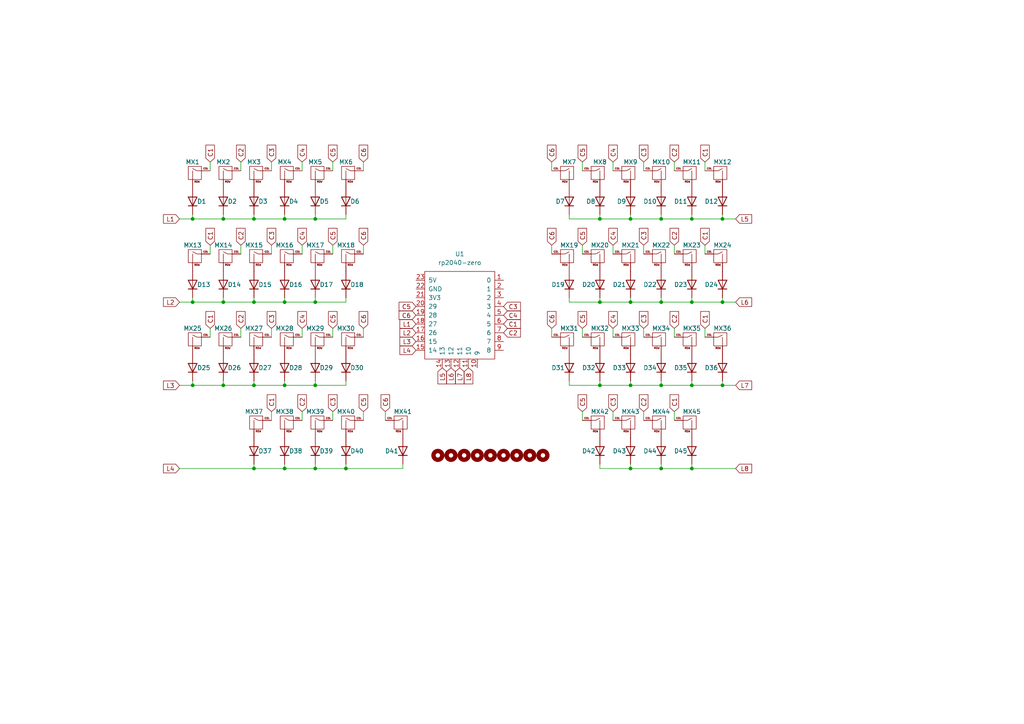
<source format=kicad_sch>
(kicad_sch (version 20230121) (generator eeschema)
  (paper "A4")
  (lib_symbols
    (symbol "Diode:1N4148" (pin_numbers hide) (pin_names hide)
      (property "Reference" "D" (at 0 2.54 0))
      (property "Value" "1N4148" (at 0 -2.54 0))
      (symbol "1N4148_0_1"
        (polyline (pts (xy -1.27 1.27) (xy -1.27 -1.27)) (stroke (width 0.254)))
        (polyline (pts (xy 1.27 0) (xy -1.27 0)))
        (polyline (pts (xy 1.27 1.27) (xy 1.27 -1.27) (xy -1.27 0) (xy 1.27 1.27)) (stroke (width 0.254)))
      )
      (symbol "1N4148_1_1"
        (pin passive line (at -3.81 0 0) (length 2.54) (name "K") (number "1"))
        (pin passive line (at 3.81 0 180) (length 2.54) (name "A") (number "2"))
      )
    )
    (symbol "Mechanical:MountingHole" (pin_names (offset 1.016))
      (property "Reference" "H" (at 0 5.08 0))
      (property "Value" "MountingHole" (at 0 3.175 0))
      (symbol "MountingHole_0_1"
        (circle (center 0 0) (radius 1.27) (stroke (width 1.27)))
      )
    )
    (symbol "PCM_0xcb:MX" (pin_names (offset 1.016))
      (property "Reference" "MX" (at -0.635 1.905 0))
      (property "Value" "MX" (at 0.635 0.635 0))
      (symbol "MX_1_0"
        (text "COL" (at 2.54 0.635 0) (effects (font (size 0.508 0.508))))
      )
      (symbol "MX_1_1"
        (polyline (pts (xy -1.27 -2.54) (xy -1.27 0)))
        (polyline (pts (xy 1.27 0) (xy 0 0) (xy -1.27 0.635)))
        (polyline (pts (xy -2.54 1.27) (xy 1.27 1.27) (xy 1.27 -2.54) (xy -2.54 -2.54) (xy -2.54 1.27)))
        (text "ROW" (at 0 -3.175 0) (effects (font (size 0.508 0.508))))
        (pin passive line (at 3.81 0 180) (length 2.54) (name "COL") (number "1"))
        (pin passive line (at -1.27 -5.08 90) (length 2.54) (name "ROW") (number "2"))
      )
    )
    (symbol "mcu:rp2040-zero" (pin_names (offset 1.016))
      (property "Reference" "U" (at 0 15.24 0))
      (property "Value" "rp2040-zero" (at 0 12.7 0))
      (symbol "rp2040-zero_0_1"
        (rectangle (start -10.16 11.43) (end 10.16 -13.97))
      )
      (symbol "rp2040-zero_1_1"
        (pin bidirectional line (at 12.7 8.89 180) (length 2.54) (name "0") (number "1"))
        (pin bidirectional line (at 5.08 -16.51 90) (length 2.54) (name "9") (number "10"))
        (pin bidirectional line (at 2.54 -16.51 90) (length 2.54) (name "10") (number "11"))
        (pin bidirectional line (at 0 -16.51 90) (length 2.54) (name "11") (number "12"))
        (pin bidirectional line (at -2.54 -16.51 90) (length 2.54) (name "12") (number "13"))
        (pin bidirectional line (at -5.08 -16.51 90) (length 2.54) (name "13") (number "14"))
        (pin bidirectional line (at -12.7 -11.43 0) (length 2.54) (name "14") (number "15"))
        (pin bidirectional line (at -12.7 -8.89 0) (length 2.54) (name "15") (number "16"))
        (pin bidirectional line (at -12.7 -6.35 0) (length 2.54) (name "26") (number "17"))
        (pin bidirectional line (at -12.7 -3.81 0) (length 2.54) (name "27") (number "18"))
        (pin bidirectional line (at -12.7 -1.27 0) (length 2.54) (name "28") (number "19"))
        (pin bidirectional line (at 12.7 6.35 180) (length 2.54) (name "1") (number "2"))
        (pin bidirectional line (at -12.7 1.27 0) (length 2.54) (name "29") (number "20"))
        (pin power_out line (at -12.7 3.81 0) (length 2.54) (name "3V3") (number "21"))
        (pin power_out line (at -12.7 6.35 0) (length 2.54) (name "GND") (number "22"))
        (pin power_out line (at -12.7 8.89 0) (length 2.54) (name "5V") (number "23"))
        (pin bidirectional line (at 12.7 3.81 180) (length 2.54) (name "2") (number "3"))
        (pin bidirectional line (at 12.7 1.27 180) (length 2.54) (name "3") (number "4"))
        (pin bidirectional line (at 12.7 -1.27 180) (length 2.54) (name "4") (number "5"))
        (pin bidirectional line (at 12.7 -3.81 180) (length 2.54) (name "5") (number "6"))
        (pin bidirectional line (at 12.7 -6.35 180) (length 2.54) (name "6") (number "7"))
        (pin bidirectional line (at 12.7 -8.89 180) (length 2.54) (name "7") (number "8"))
        (pin bidirectional line (at 12.7 -11.43 180) (length 2.54) (name "8") (number "9"))
      )
    )
  )
  (junction (at 82.55 111.76))
  (junction (at 191.77 87.63))
  (junction (at 82.55 63.5))
  (junction (at 73.66 111.76))
  (junction (at 82.55 87.63))
  (junction (at 200.66 63.5))
  (junction (at 73.66 87.63))
  (junction (at 91.44 135.89))
  (junction (at 191.77 111.76))
  (junction (at 191.77 135.89))
  (junction (at 55.88 111.76))
  (junction (at 73.66 63.5))
  (junction (at 64.77 111.76))
  (junction (at 200.66 87.63))
  (junction (at 64.77 87.63))
  (junction (at 73.66 135.89))
  (junction (at 91.44 111.76))
  (junction (at 82.55 135.89))
  (junction (at 200.66 135.89))
  (junction (at 182.88 135.89))
  (junction (at 91.44 63.5))
  (junction (at 173.99 111.76))
  (junction (at 173.99 63.5))
  (junction (at 209.55 63.5))
  (junction (at 64.77 63.5))
  (junction (at 100.33 135.89))
  (junction (at 182.88 63.5))
  (junction (at 182.88 87.63))
  (junction (at 182.88 111.76))
  (junction (at 191.77 63.5))
  (junction (at 209.55 111.76))
  (junction (at 55.88 63.5))
  (junction (at 55.88 87.63))
  (junction (at 91.44 87.63))
  (junction (at 209.55 87.63))
  (junction (at 200.66 111.76))
  (junction (at 173.99 87.63))
  (wire (pts (xy 200.66 87.63) (xy 191.77 87.63)))
  (wire (pts (xy 64.77 111.76) (xy 64.77 110.49)))
  (wire (pts (xy 96.52 46.99) (xy 96.52 49.53)))
  (wire (pts (xy 182.88 111.76) (xy 173.99 111.76)))
  (wire (pts (xy 91.44 87.63) (xy 91.44 86.36)))
  (wire (pts (xy 186.69 119.38) (xy 186.69 121.92)))
  (wire (pts (xy 177.8 119.38) (xy 177.8 121.92)))
  (wire (pts (xy 200.66 63.5) (xy 200.66 62.23)))
  (wire (pts (xy 173.99 63.5) (xy 165.1 63.5)))
  (wire (pts (xy 191.77 135.89) (xy 182.88 135.89)))
  (wire (pts (xy 100.33 111.76) (xy 100.33 110.49)))
  (wire (pts (xy 168.91 46.99) (xy 168.91 49.53)))
  (wire (pts (xy 209.55 63.5) (xy 200.66 63.5)))
  (wire (pts (xy 209.55 111.76) (xy 200.66 111.76)))
  (wire (pts (xy 177.8 46.99) (xy 177.8 49.53)))
  (wire (pts (xy 52.07 63.5) (xy 55.88 63.5)))
  (wire (pts (xy 195.58 95.25) (xy 195.58 97.79)))
  (wire (pts (xy 78.74 119.38) (xy 78.74 121.92)))
  (wire (pts (xy 195.58 46.99) (xy 195.58 49.53)))
  (wire (pts (xy 173.99 87.63) (xy 173.99 86.36)))
  (wire (pts (xy 55.88 111.76) (xy 55.88 110.49)))
  (wire (pts (xy 191.77 63.5) (xy 191.77 62.23)))
  (wire (pts (xy 82.55 111.76) (xy 91.44 111.76)))
  (wire (pts (xy 91.44 135.89) (xy 91.44 134.62)))
  (wire (pts (xy 55.88 87.63) (xy 55.88 86.36)))
  (wire (pts (xy 105.41 71.12) (xy 105.41 73.66)))
  (wire (pts (xy 78.74 95.25) (xy 78.74 97.79)))
  (wire (pts (xy 60.96 46.99) (xy 60.96 49.53)))
  (wire (pts (xy 191.77 87.63) (xy 191.77 86.36)))
  (wire (pts (xy 55.88 63.5) (xy 64.77 63.5)))
  (wire (pts (xy 73.66 87.63) (xy 82.55 87.63)))
  (wire (pts (xy 191.77 111.76) (xy 182.88 111.76)))
  (wire (pts (xy 82.55 63.5) (xy 82.55 62.23)))
  (wire (pts (xy 100.33 135.89) (xy 116.84 135.89)))
  (wire (pts (xy 82.55 135.89) (xy 91.44 135.89)))
  (wire (pts (xy 168.91 95.25) (xy 168.91 97.79)))
  (wire (pts (xy 69.85 71.12) (xy 69.85 73.66)))
  (wire (pts (xy 177.8 95.25) (xy 177.8 97.79)))
  (wire (pts (xy 55.88 63.5) (xy 55.88 62.23)))
  (wire (pts (xy 182.88 63.5) (xy 173.99 63.5)))
  (wire (pts (xy 78.74 71.12) (xy 78.74 73.66)))
  (wire (pts (xy 87.63 119.38) (xy 87.63 121.92)))
  (wire (pts (xy 73.66 63.5) (xy 82.55 63.5)))
  (wire (pts (xy 91.44 135.89) (xy 100.33 135.89)))
  (wire (pts (xy 195.58 71.12) (xy 195.58 73.66)))
  (wire (pts (xy 200.66 63.5) (xy 191.77 63.5)))
  (wire (pts (xy 64.77 87.63) (xy 64.77 86.36)))
  (wire (pts (xy 182.88 111.76) (xy 182.88 110.49)))
  (wire (pts (xy 173.99 111.76) (xy 173.99 110.49)))
  (wire (pts (xy 200.66 135.89) (xy 213.36 135.89)))
  (wire (pts (xy 73.66 87.63) (xy 73.66 86.36)))
  (wire (pts (xy 105.41 119.38) (xy 105.41 121.92)))
  (wire (pts (xy 204.47 46.99) (xy 204.47 49.53)))
  (wire (pts (xy 78.74 46.99) (xy 78.74 49.53)))
  (wire (pts (xy 173.99 135.89) (xy 173.99 134.62)))
  (wire (pts (xy 182.88 63.5) (xy 182.88 62.23)))
  (wire (pts (xy 209.55 63.5) (xy 209.55 62.23)))
  (wire (pts (xy 182.88 87.63) (xy 182.88 86.36)))
  (wire (pts (xy 60.96 95.25) (xy 60.96 97.79)))
  (wire (pts (xy 52.07 111.76) (xy 55.88 111.76)))
  (wire (pts (xy 64.77 63.5) (xy 64.77 62.23)))
  (wire (pts (xy 52.07 87.63) (xy 55.88 87.63)))
  (wire (pts (xy 160.02 95.25) (xy 160.02 97.79)))
  (wire (pts (xy 91.44 63.5) (xy 100.33 63.5)))
  (wire (pts (xy 182.88 135.89) (xy 182.88 134.62)))
  (wire (pts (xy 64.77 111.76) (xy 73.66 111.76)))
  (wire (pts (xy 173.99 87.63) (xy 165.1 87.63)))
  (wire (pts (xy 191.77 135.89) (xy 191.77 134.62)))
  (wire (pts (xy 160.02 46.99) (xy 160.02 49.53)))
  (wire (pts (xy 52.07 135.89) (xy 73.66 135.89)))
  (wire (pts (xy 213.36 111.76) (xy 209.55 111.76)))
  (wire (pts (xy 91.44 111.76) (xy 91.44 110.49)))
  (wire (pts (xy 209.55 87.63) (xy 200.66 87.63)))
  (wire (pts (xy 87.63 95.25) (xy 87.63 97.79)))
  (wire (pts (xy 165.1 111.76) (xy 165.1 110.49)))
  (wire (pts (xy 173.99 111.76) (xy 165.1 111.76)))
  (wire (pts (xy 105.41 46.99) (xy 105.41 49.53)))
  (wire (pts (xy 87.63 71.12) (xy 87.63 73.66)))
  (wire (pts (xy 186.69 71.12) (xy 186.69 73.66)))
  (wire (pts (xy 55.88 87.63) (xy 64.77 87.63)))
  (wire (pts (xy 191.77 111.76) (xy 191.77 110.49)))
  (wire (pts (xy 165.1 63.5) (xy 165.1 62.23)))
  (wire (pts (xy 100.33 63.5) (xy 100.33 62.23)))
  (wire (pts (xy 209.55 87.63) (xy 209.55 86.36)))
  (wire (pts (xy 82.55 87.63) (xy 82.55 86.36)))
  (wire (pts (xy 73.66 63.5) (xy 73.66 62.23)))
  (wire (pts (xy 200.66 87.63) (xy 200.66 86.36)))
  (wire (pts (xy 186.69 95.25) (xy 186.69 97.79)))
  (wire (pts (xy 168.91 71.12) (xy 168.91 73.66)))
  (wire (pts (xy 82.55 135.89) (xy 82.55 134.62)))
  (wire (pts (xy 87.63 46.99) (xy 87.63 49.53)))
  (wire (pts (xy 100.33 135.89) (xy 100.33 134.62)))
  (wire (pts (xy 100.33 87.63) (xy 100.33 86.36)))
  (wire (pts (xy 91.44 87.63) (xy 100.33 87.63)))
  (wire (pts (xy 204.47 71.12) (xy 204.47 73.66)))
  (wire (pts (xy 73.66 111.76) (xy 73.66 110.49)))
  (wire (pts (xy 160.02 71.12) (xy 160.02 73.66)))
  (wire (pts (xy 82.55 63.5) (xy 91.44 63.5)))
  (wire (pts (xy 64.77 87.63) (xy 73.66 87.63)))
  (wire (pts (xy 69.85 46.99) (xy 69.85 49.53)))
  (wire (pts (xy 82.55 87.63) (xy 91.44 87.63)))
  (wire (pts (xy 177.8 71.12) (xy 177.8 73.66)))
  (wire (pts (xy 191.77 63.5) (xy 182.88 63.5)))
  (wire (pts (xy 60.96 71.12) (xy 60.96 73.66)))
  (wire (pts (xy 96.52 71.12) (xy 96.52 73.66)))
  (wire (pts (xy 64.77 63.5) (xy 73.66 63.5)))
  (wire (pts (xy 73.66 135.89) (xy 73.66 134.62)))
  (wire (pts (xy 168.91 119.38) (xy 168.91 121.92)))
  (wire (pts (xy 91.44 63.5) (xy 91.44 62.23)))
  (wire (pts (xy 195.58 119.38) (xy 195.58 121.92)))
  (wire (pts (xy 105.41 95.25) (xy 105.41 97.79)))
  (wire (pts (xy 200.66 135.89) (xy 200.66 134.62)))
  (wire (pts (xy 213.36 63.5) (xy 209.55 63.5)))
  (wire (pts (xy 111.76 119.38) (xy 111.76 121.92)))
  (wire (pts (xy 182.88 135.89) (xy 173.99 135.89)))
  (wire (pts (xy 200.66 135.89) (xy 191.77 135.89)))
  (wire (pts (xy 116.84 135.89) (xy 116.84 134.62)))
  (wire (pts (xy 200.66 111.76) (xy 200.66 110.49)))
  (wire (pts (xy 186.69 46.99) (xy 186.69 49.53)))
  (wire (pts (xy 165.1 87.63) (xy 165.1 86.36)))
  (wire (pts (xy 213.36 87.63) (xy 209.55 87.63)))
  (wire (pts (xy 73.66 135.89) (xy 82.55 135.89)))
  (wire (pts (xy 96.52 119.38) (xy 96.52 121.92)))
  (wire (pts (xy 69.85 95.25) (xy 69.85 97.79)))
  (wire (pts (xy 200.66 111.76) (xy 191.77 111.76)))
  (wire (pts (xy 96.52 95.25) (xy 96.52 97.79)))
  (wire (pts (xy 82.55 111.76) (xy 82.55 110.49)))
  (wire (pts (xy 191.77 87.63) (xy 182.88 87.63)))
  (wire (pts (xy 182.88 87.63) (xy 173.99 87.63)))
  (wire (pts (xy 55.88 111.76) (xy 64.77 111.76)))
  (wire (pts (xy 209.55 111.76) (xy 209.55 110.49)))
  (wire (pts (xy 204.47 95.25) (xy 204.47 97.79)))
  (wire (pts (xy 73.66 111.76) (xy 82.55 111.76)))
  (wire (pts (xy 173.99 63.5) (xy 173.99 62.23)))
  (wire (pts (xy 91.44 111.76) (xy 100.33 111.76)))
  (global_label "C2" (shape input) (at 195.58 46.99 90) (property "Intersheetrefs" "${INTERSHEET_REFS}" (effects hide)))
  (global_label "C1" (shape input) (at 146.05 93.98 0) (property "Intersheetrefs" "${INTERSHEET_REFS}" (effects hide)))
  (global_label "C5" (shape input) (at 96.52 46.99 90) (property "Intersheetrefs" "${INTERSHEET_REFS}" (effects hide)))
  (global_label "C6" (shape input) (at 105.41 71.12 90) (property "Intersheetrefs" "${INTERSHEET_REFS}" (effects hide)))
  (global_label "C2" (shape input) (at 69.85 95.25 90) (property "Intersheetrefs" "${INTERSHEET_REFS}" (effects hide)))
  (global_label "L1" (shape input) (at 120.65 93.98 180) (property "Intersheetrefs" "${INTERSHEET_REFS}" (effects hide)))
  (global_label "C6" (shape input) (at 105.41 46.99 90) (property "Intersheetrefs" "${INTERSHEET_REFS}" (effects hide)))
  (global_label "C1" (shape input) (at 60.96 46.99 90) (property "Intersheetrefs" "${INTERSHEET_REFS}" (effects hide)))
  (global_label "L7" (shape input) (at 133.35 106.68 270) (property "Intersheetrefs" "${INTERSHEET_REFS}" (effects hide)))
  (global_label "C1" (shape input) (at 195.58 119.38 90) (property "Intersheetrefs" "${INTERSHEET_REFS}" (effects hide)))
  (global_label "C3" (shape input) (at 186.69 46.99 90) (property "Intersheetrefs" "${INTERSHEET_REFS}" (effects hide)))
  (global_label "C5" (shape input) (at 120.65 88.9 180) (property "Intersheetrefs" "${INTERSHEET_REFS}" (effects hide)))
  (global_label "C3" (shape input) (at 186.69 71.12 90) (property "Intersheetrefs" "${INTERSHEET_REFS}" (effects hide)))
  (global_label "C1" (shape input) (at 204.47 95.25 90) (property "Intersheetrefs" "${INTERSHEET_REFS}" (effects hide)))
  (global_label "C4" (shape input) (at 87.63 95.25 90) (property "Intersheetrefs" "${INTERSHEET_REFS}" (effects hide)))
  (global_label "C2" (shape input) (at 87.63 119.38 90) (property "Intersheetrefs" "${INTERSHEET_REFS}" (effects hide)))
  (global_label "C2" (shape input) (at 69.85 46.99 90) (property "Intersheetrefs" "${INTERSHEET_REFS}" (effects hide)))
  (global_label "C3" (shape input) (at 78.74 71.12 90) (property "Intersheetrefs" "${INTERSHEET_REFS}" (effects hide)))
  (global_label "L4" (shape input) (at 120.65 101.6 180) (property "Intersheetrefs" "${INTERSHEET_REFS}" (effects hide)))
  (global_label "L2" (shape input) (at 52.07 87.63 180) (property "Intersheetrefs" "${INTERSHEET_REFS}" (effects hide)))
  (global_label "L3" (shape input) (at 120.65 99.06 180) (property "Intersheetrefs" "${INTERSHEET_REFS}" (effects hide)))
  (global_label "C2" (shape input) (at 146.05 96.52 0) (property "Intersheetrefs" "${INTERSHEET_REFS}" (effects hide)))
  (global_label "C5" (shape input) (at 168.91 71.12 90) (property "Intersheetrefs" "${INTERSHEET_REFS}" (effects hide)))
  (global_label "L6" (shape input) (at 130.81 106.68 270) (property "Intersheetrefs" "${INTERSHEET_REFS}" (effects hide)))
  (global_label "C4" (shape input) (at 87.63 71.12 90) (property "Intersheetrefs" "${INTERSHEET_REFS}" (effects hide)))
  (global_label "C3" (shape input) (at 146.05 88.9 0) (property "Intersheetrefs" "${INTERSHEET_REFS}" (effects hide)))
  (global_label "L3" (shape input) (at 52.07 111.76 180) (property "Intersheetrefs" "${INTERSHEET_REFS}" (effects hide)))
  (global_label "C1" (shape input) (at 78.74 119.38 90) (property "Intersheetrefs" "${INTERSHEET_REFS}" (effects hide)))
  (global_label "L5" (shape input) (at 213.36 63.5 0) (property "Intersheetrefs" "${INTERSHEET_REFS}" (effects hide)))
  (global_label "C5" (shape input) (at 96.52 71.12 90) (property "Intersheetrefs" "${INTERSHEET_REFS}" (effects hide)))
  (global_label "C5" (shape input) (at 168.91 95.25 90) (property "Intersheetrefs" "${INTERSHEET_REFS}" (effects hide)))
  (global_label "C4" (shape input) (at 146.05 91.44 0) (property "Intersheetrefs" "${INTERSHEET_REFS}" (effects hide)))
  (global_label "C3" (shape input) (at 177.8 119.38 90) (property "Intersheetrefs" "${INTERSHEET_REFS}" (effects hide)))
  (global_label "C1" (shape input) (at 60.96 71.12 90) (property "Intersheetrefs" "${INTERSHEET_REFS}" (effects hide)))
  (global_label "C6" (shape input) (at 160.02 46.99 90) (property "Intersheetrefs" "${INTERSHEET_REFS}" (effects hide)))
  (global_label "C5" (shape input) (at 168.91 119.38 90) (property "Intersheetrefs" "${INTERSHEET_REFS}" (effects hide)))
  (global_label "C3" (shape input) (at 78.74 46.99 90) (property "Intersheetrefs" "${INTERSHEET_REFS}" (effects hide)))
  (global_label "C6" (shape input) (at 105.41 95.25 90) (property "Intersheetrefs" "${INTERSHEET_REFS}" (effects hide)))
  (global_label "C4" (shape input) (at 87.63 46.99 90) (property "Intersheetrefs" "${INTERSHEET_REFS}" (effects hide)))
  (global_label "L5" (shape input) (at 128.27 106.68 270) (property "Intersheetrefs" "${INTERSHEET_REFS}" (effects hide)))
  (global_label "C1" (shape input) (at 204.47 46.99 90) (property "Intersheetrefs" "${INTERSHEET_REFS}" (effects hide)))
  (global_label "C3" (shape input) (at 186.69 95.25 90) (property "Intersheetrefs" "${INTERSHEET_REFS}" (effects hide)))
  (global_label "L8" (shape input) (at 135.89 106.68 270) (property "Intersheetrefs" "${INTERSHEET_REFS}" (effects hide)))
  (global_label "L7" (shape input) (at 213.36 111.76 0) (property "Intersheetrefs" "${INTERSHEET_REFS}" (effects hide)))
  (global_label "C3" (shape input) (at 96.52 119.38 90) (property "Intersheetrefs" "${INTERSHEET_REFS}" (effects hide)))
  (global_label "L1" (shape input) (at 52.07 63.5 180) (property "Intersheetrefs" "${INTERSHEET_REFS}" (effects hide)))
  (global_label "C4" (shape input) (at 177.8 71.12 90) (property "Intersheetrefs" "${INTERSHEET_REFS}" (effects hide)))
  (global_label "C6" (shape input) (at 120.65 91.44 180) (property "Intersheetrefs" "${INTERSHEET_REFS}" (effects hide)))
  (global_label "C5" (shape input) (at 96.52 95.25 90) (property "Intersheetrefs" "${INTERSHEET_REFS}" (effects hide)))
  (global_label "C1" (shape input) (at 60.96 95.25 90) (property "Intersheetrefs" "${INTERSHEET_REFS}" (effects hide)))
  (global_label "L6" (shape input) (at 213.36 87.63 0) (property "Intersheetrefs" "${INTERSHEET_REFS}" (effects hide)))
  (global_label "C6" (shape input) (at 160.02 71.12 90) (property "Intersheetrefs" "${INTERSHEET_REFS}" (effects hide)))
  (global_label "C3" (shape input) (at 78.74 95.25 90) (property "Intersheetrefs" "${INTERSHEET_REFS}" (effects hide)))
  (global_label "C2" (shape input) (at 69.85 71.12 90) (property "Intersheetrefs" "${INTERSHEET_REFS}" (effects hide)))
  (global_label "L4" (shape input) (at 52.07 135.89 180) (property "Intersheetrefs" "${INTERSHEET_REFS}" (effects hide)))
  (global_label "L8" (shape input) (at 213.36 135.89 0) (property "Intersheetrefs" "${INTERSHEET_REFS}" (effects hide)))
  (global_label "C4" (shape input) (at 177.8 46.99 90) (property "Intersheetrefs" "${INTERSHEET_REFS}" (effects hide)))
  (global_label "C6" (shape input) (at 160.02 95.25 90) (property "Intersheetrefs" "${INTERSHEET_REFS}" (effects hide)))
  (global_label "C5" (shape input) (at 168.91 46.99 90) (property "Intersheetrefs" "${INTERSHEET_REFS}" (effects hide)))
  (global_label "C2" (shape input) (at 195.58 71.12 90) (property "Intersheetrefs" "${INTERSHEET_REFS}" (effects hide)))
  (global_label "C6" (shape input) (at 111.76 119.38 90) (property "Intersheetrefs" "${INTERSHEET_REFS}" (effects hide)))
  (global_label "C5" (shape input) (at 105.41 119.38 90) (property "Intersheetrefs" "${INTERSHEET_REFS}" (effects hide)))
  (global_label "C2" (shape input) (at 186.69 119.38 90) (property "Intersheetrefs" "${INTERSHEET_REFS}" (effects hide)))
  (global_label "C4" (shape input) (at 177.8 95.25 90) (property "Intersheetrefs" "${INTERSHEET_REFS}" (effects hide)))
  (global_label "L2" (shape input) (at 120.65 96.52 180) (property "Intersheetrefs" "${INTERSHEET_REFS}" (effects hide)))
  (global_label "C1" (shape input) (at 204.47 71.12 90) (property "Intersheetrefs" "${INTERSHEET_REFS}" (effects hide)))
  (global_label "C2" (shape input) (at 195.58 95.25 90) (property "Intersheetrefs" "${INTERSHEET_REFS}" (effects hide)))
  (symbol (lib_id "Diode:1N4148") (at 165.1 106.68 270) (mirror x) (unit 1)
    (property "Reference" "D31" (at 163.83 106.68 90) (effects (justify right)))
    (property "Value" "1N4148" (effects hide))
    (property "Footprint" "Diode_THT:D_DO-35_SOD27_P7.62mm_Horizontal" (effects hide))
    (property "Datasheet" "https://assets.nexperia.com/documents/data-sheet/1N4148_1N4448.pdf" (effects hide))
    (property "Sim.Device" "D" (effects hide))
    (property "Sim.Pins" "1=K 2=A" (effects hide))
  )
  (symbol (lib_id "Mechanical:MountingHole") (at 130.81 132.08 0) (unit 1)
    (property "Reference" "H2" (effects hide))
    (property "Value" "MountingHole" (effects hide))
    (property "Footprint" "MountingHole:MountingHole_2.2mm_M2" (effects hide))
  )
  (symbol (lib_id "PCM_0xcb:MX") (at 92.71 49.53 0) (unit 1)
    (property "Reference" "MX5" (at 91.44 46.99 0))
    (property "Value" "MX" (effects hide))
    (property "Footprint" "_mx:MX-Alps-Hybrid-1U" (effects hide))
  )
  (symbol (lib_id "Diode:1N4148") (at 200.66 106.68 270) (mirror x) (unit 1)
    (property "Reference" "D35" (at 199.39 106.68 90) (effects (justify right)))
    (property "Value" "1N4148" (effects hide))
    (property "Footprint" "Diode_THT:D_DO-35_SOD27_P7.62mm_Horizontal" (effects hide))
    (property "Datasheet" "https://assets.nexperia.com/documents/data-sheet/1N4148_1N4448.pdf" (effects hide))
    (property "Sim.Device" "D" (effects hide))
    (property "Sim.Pins" "1=K 2=A" (effects hide))
  )
  (symbol (lib_id "Diode:1N4148") (at 100.33 58.42 90) (unit 1)
    (property "Reference" "D6" (at 101.6 58.42 90) (effects (justify right)))
    (property "Value" "1N4148" (effects hide))
    (property "Footprint" "Diode_THT:D_DO-35_SOD27_P7.62mm_Horizontal" (effects hide))
    (property "Datasheet" "https://assets.nexperia.com/documents/data-sheet/1N4148_1N4448.pdf" (effects hide))
    (property "Sim.Device" "D" (effects hide))
    (property "Sim.Pins" "1=K 2=A" (effects hide))
  )
  (symbol (lib_id "Diode:1N4148") (at 182.88 130.81 270) (mirror x) (unit 1)
    (property "Reference" "D43" (at 181.61 130.81 90) (effects (justify right)))
    (property "Value" "1N4148" (effects hide))
    (property "Footprint" "Diode_THT:D_DO-35_SOD27_P7.62mm_Horizontal" (effects hide))
    (property "Datasheet" "https://assets.nexperia.com/documents/data-sheet/1N4148_1N4448.pdf" (effects hide))
    (property "Sim.Device" "D" (effects hide))
    (property "Sim.Pins" "1=K 2=A" (effects hide))
  )
  (symbol (lib_id "Diode:1N4148") (at 200.66 130.81 270) (mirror x) (unit 1)
    (property "Reference" "D45" (at 199.39 130.81 90) (effects (justify right)))
    (property "Value" "1N4148" (effects hide))
    (property "Footprint" "Diode_THT:D_DO-35_SOD27_P7.62mm_Horizontal" (effects hide))
    (property "Datasheet" "https://assets.nexperia.com/documents/data-sheet/1N4148_1N4448.pdf" (effects hide))
    (property "Sim.Device" "D" (effects hide))
    (property "Sim.Pins" "1=K 2=A" (effects hide))
  )
  (symbol (lib_id "Diode:1N4148") (at 173.99 130.81 270) (mirror x) (unit 1)
    (property "Reference" "D42" (at 172.72 130.81 90) (effects (justify right)))
    (property "Value" "1N4148" (effects hide))
    (property "Footprint" "Diode_THT:D_DO-35_SOD27_P7.62mm_Horizontal" (effects hide))
    (property "Datasheet" "https://assets.nexperia.com/documents/data-sheet/1N4148_1N4448.pdf" (effects hide))
    (property "Sim.Device" "D" (effects hide))
    (property "Sim.Pins" "1=K 2=A" (effects hide))
  )
  (symbol (lib_id "PCM_0xcb:MX") (at 181.61 97.79 0) (mirror y) (unit 1)
    (property "Reference" "MX33" (at 182.88 95.25 0))
    (property "Value" "MX" (effects hide))
    (property "Footprint" "_mx:MX-Alps-Hybrid-1U" (effects hide))
  )
  (symbol (lib_id "PCM_0xcb:MX") (at 181.61 49.53 0) (mirror y) (unit 1)
    (property "Reference" "MX9" (at 182.88 46.99 0))
    (property "Value" "MX" (effects hide))
    (property "Footprint" "_mx:MX-Alps-Hybrid-1U" (effects hide))
  )
  (symbol (lib_id "PCM_0xcb:MX") (at 83.82 97.79 0) (unit 1)
    (property "Reference" "MX28" (at 82.55 95.25 0))
    (property "Value" "MX" (effects hide))
    (property "Footprint" "_mx:MX-Alps-Hybrid-1U" (effects hide))
  )
  (symbol (lib_id "Diode:1N4148") (at 64.77 58.42 90) (unit 1)
    (property "Reference" "D2" (at 66.04 58.42 90) (effects (justify right)))
    (property "Value" "1N4148" (effects hide))
    (property "Footprint" "Diode_THT:D_DO-35_SOD27_P7.62mm_Horizontal" (effects hide))
    (property "Datasheet" "https://assets.nexperia.com/documents/data-sheet/1N4148_1N4448.pdf" (effects hide))
    (property "Sim.Device" "D" (effects hide))
    (property "Sim.Pins" "1=K 2=A" (effects hide))
  )
  (symbol (lib_id "PCM_0xcb:MX") (at 74.93 73.66 0) (unit 1)
    (property "Reference" "MX15" (at 73.66 71.12 0))
    (property "Value" "MX" (effects hide))
    (property "Footprint" "_mx:MX-Alps-Hybrid-1U" (effects hide))
  )
  (symbol (lib_id "PCM_0xcb:MX") (at 163.83 73.66 0) (mirror y) (unit 1)
    (property "Reference" "MX19" (at 165.1 71.12 0))
    (property "Value" "MX" (effects hide))
    (property "Footprint" "_mx:MX-Alps-Hybrid-1U" (effects hide))
  )
  (symbol (lib_id "PCM_0xcb:MX") (at 66.04 49.53 0) (unit 1)
    (property "Reference" "MX2" (at 64.77 46.99 0))
    (property "Value" "MX" (effects hide))
    (property "Footprint" "_mx:MX-Alps-Hybrid-1U" (effects hide))
  )
  (symbol (lib_id "PCM_0xcb:MX") (at 57.15 73.66 0) (unit 1)
    (property "Reference" "MX13" (at 55.88 71.12 0))
    (property "Value" "MX" (effects hide))
    (property "Footprint" "_mx:MX-Alps-Hybrid-1.25U" (effects hide))
  )
  (symbol (lib_id "Diode:1N4148") (at 173.99 106.68 270) (mirror x) (unit 1)
    (property "Reference" "D32" (at 172.72 106.68 90) (effects (justify right)))
    (property "Value" "1N4148" (effects hide))
    (property "Footprint" "Diode_THT:D_DO-35_SOD27_P7.62mm_Horizontal" (effects hide))
    (property "Datasheet" "https://assets.nexperia.com/documents/data-sheet/1N4148_1N4448.pdf" (effects hide))
    (property "Sim.Device" "D" (effects hide))
    (property "Sim.Pins" "1=K 2=A" (effects hide))
  )
  (symbol (lib_id "Diode:1N4148") (at 82.55 106.68 90) (unit 1)
    (property "Reference" "D28" (at 83.82 106.68 90) (effects (justify right)))
    (property "Value" "1N4148" (effects hide))
    (property "Footprint" "Diode_THT:D_DO-35_SOD27_P7.62mm_Horizontal" (effects hide))
    (property "Datasheet" "https://assets.nexperia.com/documents/data-sheet/1N4148_1N4448.pdf" (effects hide))
    (property "Sim.Device" "D" (effects hide))
    (property "Sim.Pins" "1=K 2=A" (effects hide))
  )
  (symbol (lib_id "Diode:1N4148") (at 82.55 82.55 90) (unit 1)
    (property "Reference" "D16" (at 83.82 82.55 90) (effects (justify right)))
    (property "Value" "1N4148" (effects hide))
    (property "Footprint" "Diode_THT:D_DO-35_SOD27_P7.62mm_Horizontal" (effects hide))
    (property "Datasheet" "https://assets.nexperia.com/documents/data-sheet/1N4148_1N4448.pdf" (effects hide))
    (property "Sim.Device" "D" (effects hide))
    (property "Sim.Pins" "1=K 2=A" (effects hide))
  )
  (symbol (lib_id "PCM_0xcb:MX") (at 57.15 49.53 0) (unit 1)
    (property "Reference" "MX1" (at 55.88 46.99 0))
    (property "Value" "MX" (effects hide))
    (property "Footprint" "_mx:MX-Alps-Hybrid-1U" (effects hide))
  )
  (symbol (lib_id "Diode:1N4148") (at 73.66 58.42 90) (unit 1)
    (property "Reference" "D3" (at 74.93 58.42 90) (effects (justify right)))
    (property "Value" "1N4148" (effects hide))
    (property "Footprint" "Diode_THT:D_DO-35_SOD27_P7.62mm_Horizontal" (effects hide))
    (property "Datasheet" "https://assets.nexperia.com/documents/data-sheet/1N4148_1N4448.pdf" (effects hide))
    (property "Sim.Device" "D" (effects hide))
    (property "Sim.Pins" "1=K 2=A" (effects hide))
  )
  (symbol (lib_id "PCM_0xcb:MX") (at 208.28 97.79 0) (mirror y) (unit 1)
    (property "Reference" "MX36" (at 209.55 95.25 0))
    (property "Value" "MX" (effects hide))
    (property "Footprint" "_mx:MX-Alps-Hybrid-1.25U" (effects hide))
  )
  (symbol (lib_id "PCM_0xcb:MX") (at 172.72 97.79 0) (mirror y) (unit 1)
    (property "Reference" "MX32" (at 173.99 95.25 0))
    (property "Value" "MX" (effects hide))
    (property "Footprint" "_mx:MX-Alps-Hybrid-1U" (effects hide))
  )
  (symbol (lib_id "Mechanical:MountingHole") (at 127 132.08 0) (unit 1)
    (property "Reference" "H1" (effects hide))
    (property "Value" "MountingHole" (effects hide))
    (property "Footprint" "MountingHole:MountingHole_2.2mm_M2" (effects hide))
  )
  (symbol (lib_id "PCM_0xcb:MX") (at 199.39 73.66 0) (mirror y) (unit 1)
    (property "Reference" "MX23" (at 200.66 71.12 0))
    (property "Value" "MX" (effects hide))
    (property "Footprint" "_mx:MX-Alps-Hybrid-1U" (effects hide))
  )
  (symbol (lib_id "PCM_0xcb:MX") (at 101.6 97.79 0) (unit 1)
    (property "Reference" "MX30" (at 100.33 95.25 0))
    (property "Value" "MX" (effects hide))
    (property "Footprint" "_mx:MX-Alps-Hybrid-1U" (effects hide))
  )
  (symbol (lib_id "Mechanical:MountingHole") (at 142.24 132.08 0) (unit 1)
    (property "Reference" "H5" (effects hide))
    (property "Value" "MountingHole" (effects hide))
    (property "Footprint" "MountingHole:MountingHole_2.2mm_M2" (effects hide))
  )
  (symbol (lib_id "Diode:1N4148") (at 91.44 130.81 90) (unit 1)
    (property "Reference" "D39" (at 92.71 130.81 90) (effects (justify right)))
    (property "Value" "1N4148" (effects hide))
    (property "Footprint" "Diode_THT:D_DO-35_SOD27_P7.62mm_Horizontal" (effects hide))
    (property "Datasheet" "https://assets.nexperia.com/documents/data-sheet/1N4148_1N4448.pdf" (effects hide))
    (property "Sim.Device" "D" (effects hide))
    (property "Sim.Pins" "1=K 2=A" (effects hide))
  )
  (symbol (lib_id "mcu:rp2040-zero") (at 133.35 90.17 0) (unit 1)
    (property "Reference" "U1" (at 133.35 73.66 0))
    (property "Value" "rp2040-zero" (at 133.35 76.2 0))
    (property "Footprint" "_mcu:rp2040-zero-tht" (effects hide))
  )
  (symbol (lib_id "Diode:1N4148") (at 191.77 58.42 270) (mirror x) (unit 1)
    (property "Reference" "D10" (at 190.5 58.42 90) (effects (justify right)))
    (property "Value" "1N4148" (effects hide))
    (property "Footprint" "Diode_THT:D_DO-35_SOD27_P7.62mm_Horizontal" (effects hide))
    (property "Datasheet" "https://assets.nexperia.com/documents/data-sheet/1N4148_1N4448.pdf" (effects hide))
    (property "Sim.Device" "D" (effects hide))
    (property "Sim.Pins" "1=K 2=A" (effects hide))
  )
  (symbol (lib_id "Diode:1N4148") (at 200.66 82.55 270) (mirror x) (unit 1)
    (property "Reference" "D23" (at 199.39 82.55 90) (effects (justify right)))
    (property "Value" "1N4148" (effects hide))
    (property "Footprint" "Diode_THT:D_DO-35_SOD27_P7.62mm_Horizontal" (effects hide))
    (property "Datasheet" "https://assets.nexperia.com/documents/data-sheet/1N4148_1N4448.pdf" (effects hide))
    (property "Sim.Device" "D" (effects hide))
    (property "Sim.Pins" "1=K 2=A" (effects hide))
  )
  (symbol (lib_id "Diode:1N4148") (at 209.55 106.68 270) (mirror x) (unit 1)
    (property "Reference" "D36" (at 208.28 106.68 90) (effects (justify right)))
    (property "Value" "1N4148" (effects hide))
    (property "Footprint" "Diode_THT:D_DO-35_SOD27_P7.62mm_Horizontal" (effects hide))
    (property "Datasheet" "https://assets.nexperia.com/documents/data-sheet/1N4148_1N4448.pdf" (effects hide))
    (property "Sim.Device" "D" (effects hide))
    (property "Sim.Pins" "1=K 2=A" (effects hide))
  )
  (symbol (lib_id "PCM_0xcb:MX") (at 101.6 121.92 0) (unit 1)
    (property "Reference" "MX40" (at 100.33 119.38 0))
    (property "Value" "MX" (effects hide))
    (property "Footprint" "_mx:MX-Alps-Hybrid-1.5U" (effects hide))
  )
  (symbol (lib_id "PCM_0xcb:MX") (at 83.82 73.66 0) (unit 1)
    (property "Reference" "MX16" (at 82.55 71.12 0))
    (property "Value" "MX" (effects hide))
    (property "Footprint" "_mx:MX-Alps-Hybrid-1U" (effects hide))
  )
  (symbol (lib_id "PCM_0xcb:MX") (at 163.83 49.53 0) (mirror y) (unit 1)
    (property "Reference" "MX7" (at 165.1 46.99 0))
    (property "Value" "MX" (effects hide))
    (property "Footprint" "_mx:MX-Alps-Hybrid-1U" (effects hide))
  )
  (symbol (lib_id "Diode:1N4148") (at 191.77 130.81 270) (mirror x) (unit 1)
    (property "Reference" "D44" (at 190.5 130.81 90) (effects (justify right)))
    (property "Value" "1N4148" (effects hide))
    (property "Footprint" "Diode_THT:D_DO-35_SOD27_P7.62mm_Horizontal" (effects hide))
    (property "Datasheet" "https://assets.nexperia.com/documents/data-sheet/1N4148_1N4448.pdf" (effects hide))
    (property "Sim.Device" "D" (effects hide))
    (property "Sim.Pins" "1=K 2=A" (effects hide))
  )
  (symbol (lib_id "Mechanical:MountingHole") (at 146.05 132.08 0) (unit 1)
    (property "Reference" "H6" (effects hide))
    (property "Value" "MountingHole" (effects hide))
    (property "Footprint" "MountingHole:MountingHole_2.2mm_M2" (effects hide))
  )
  (symbol (lib_id "Diode:1N4148") (at 100.33 130.81 90) (unit 1)
    (property "Reference" "D40" (at 101.6 130.81 90) (effects (justify right)))
    (property "Value" "1N4148" (effects hide))
    (property "Footprint" "Diode_THT:D_DO-35_SOD27_P7.62mm_Horizontal" (effects hide))
    (property "Datasheet" "https://assets.nexperia.com/documents/data-sheet/1N4148_1N4448.pdf" (effects hide))
    (property "Sim.Device" "D" (effects hide))
    (property "Sim.Pins" "1=K 2=A" (effects hide))
  )
  (symbol (lib_id "PCM_0xcb:MX") (at 92.71 121.92 0) (unit 1)
    (property "Reference" "MX39" (at 91.44 119.38 0))
    (property "Value" "MX" (effects hide))
    (property "Footprint" "_mx:MX-Alps-Hybrid-1.25U" (effects hide))
  )
  (symbol (lib_id "PCM_0xcb:MX") (at 101.6 49.53 0) (unit 1)
    (property "Reference" "MX6" (at 100.33 46.99 0))
    (property "Value" "MX" (effects hide))
    (property "Footprint" "_mx:MX-Alps-Hybrid-1U" (effects hide))
  )
  (symbol (lib_id "Diode:1N4148") (at 73.66 106.68 90) (unit 1)
    (property "Reference" "D27" (at 74.93 106.68 90) (effects (justify right)))
    (property "Value" "1N4148" (effects hide))
    (property "Footprint" "Diode_THT:D_DO-35_SOD27_P7.62mm_Horizontal" (effects hide))
    (property "Datasheet" "https://assets.nexperia.com/documents/data-sheet/1N4148_1N4448.pdf" (effects hide))
    (property "Sim.Device" "D" (effects hide))
    (property "Sim.Pins" "1=K 2=A" (effects hide))
  )
  (symbol (lib_id "PCM_0xcb:MX") (at 92.71 97.79 0) (unit 1)
    (property "Reference" "MX29" (at 91.44 95.25 0))
    (property "Value" "MX" (effects hide))
    (property "Footprint" "_mx:MX-Alps-Hybrid-1U" (effects hide))
  )
  (symbol (lib_id "Diode:1N4148") (at 116.84 130.81 270) (mirror x) (unit 1)
    (property "Reference" "D41" (at 115.57 130.81 90) (effects (justify right)))
    (property "Value" "1N4148" (effects hide))
    (property "Footprint" "Diode_THT:D_DO-35_SOD27_P7.62mm_Horizontal" (effects hide))
    (property "Datasheet" "https://assets.nexperia.com/documents/data-sheet/1N4148_1N4448.pdf" (effects hide))
    (property "Sim.Device" "D" (effects hide))
    (property "Sim.Pins" "1=K 2=A" (effects hide))
  )
  (symbol (lib_id "Diode:1N4148") (at 91.44 82.55 90) (unit 1)
    (property "Reference" "D17" (at 92.71 82.55 90) (effects (justify right)))
    (property "Value" "1N4148" (effects hide))
    (property "Footprint" "Diode_THT:D_DO-35_SOD27_P7.62mm_Horizontal" (effects hide))
    (property "Datasheet" "https://assets.nexperia.com/documents/data-sheet/1N4148_1N4448.pdf" (effects hide))
    (property "Sim.Device" "D" (effects hide))
    (property "Sim.Pins" "1=K 2=A" (effects hide))
  )
  (symbol (lib_id "PCM_0xcb:MX") (at 74.93 121.92 0) (unit 1)
    (property "Reference" "MX37" (at 73.66 119.38 0))
    (property "Value" "MX" (effects hide))
    (property "Footprint" "_mx:MX-Alps-Hybrid-1.25U" (effects hide))
  )
  (symbol (lib_id "PCM_0xcb:MX") (at 190.5 49.53 0) (mirror y) (unit 1)
    (property "Reference" "MX10" (at 191.77 46.99 0))
    (property "Value" "MX" (effects hide))
    (property "Footprint" "_mx:MX-Alps-Hybrid-1U" (effects hide))
  )
  (symbol (lib_id "Diode:1N4148") (at 173.99 82.55 270) (mirror x) (unit 1)
    (property "Reference" "D20" (at 172.72 82.55 90) (effects (justify right)))
    (property "Value" "1N4148" (effects hide))
    (property "Footprint" "Diode_THT:D_DO-35_SOD27_P7.62mm_Horizontal" (effects hide))
    (property "Datasheet" "https://assets.nexperia.com/documents/data-sheet/1N4148_1N4448.pdf" (effects hide))
    (property "Sim.Device" "D" (effects hide))
    (property "Sim.Pins" "1=K 2=A" (effects hide))
  )
  (symbol (lib_id "PCM_0xcb:MX") (at 172.72 73.66 0) (mirror y) (unit 1)
    (property "Reference" "MX20" (at 173.99 71.12 0))
    (property "Value" "MX" (effects hide))
    (property "Footprint" "_mx:MX-Alps-Hybrid-1U" (effects hide))
  )
  (symbol (lib_id "Diode:1N4148") (at 165.1 82.55 270) (mirror x) (unit 1)
    (property "Reference" "D19" (at 163.83 82.55 90) (effects (justify right)))
    (property "Value" "1N4148" (effects hide))
    (property "Footprint" "Diode_THT:D_DO-35_SOD27_P7.62mm_Horizontal" (effects hide))
    (property "Datasheet" "https://assets.nexperia.com/documents/data-sheet/1N4148_1N4448.pdf" (effects hide))
    (property "Sim.Device" "D" (effects hide))
    (property "Sim.Pins" "1=K 2=A" (effects hide))
  )
  (symbol (lib_id "Diode:1N4148") (at 209.55 58.42 270) (mirror x) (unit 1)
    (property "Reference" "D12" (at 208.28 58.42 90) (effects (justify right)))
    (property "Value" "1N4148" (effects hide))
    (property "Footprint" "Diode_THT:D_DO-35_SOD27_P7.62mm_Horizontal" (effects hide))
    (property "Datasheet" "https://assets.nexperia.com/documents/data-sheet/1N4148_1N4448.pdf" (effects hide))
    (property "Sim.Device" "D" (effects hide))
    (property "Sim.Pins" "1=K 2=A" (effects hide))
  )
  (symbol (lib_id "Mechanical:MountingHole") (at 138.43 132.08 0) (unit 1)
    (property "Reference" "H4" (effects hide))
    (property "Value" "MountingHole" (effects hide))
    (property "Footprint" "MountingHole:MountingHole_2.2mm_M2" (effects hide))
  )
  (symbol (lib_id "Diode:1N4148") (at 200.66 58.42 270) (mirror x) (unit 1)
    (property "Reference" "D11" (at 199.39 58.42 90) (effects (justify right)))
    (property "Value" "1N4148" (effects hide))
    (property "Footprint" "Diode_THT:D_DO-35_SOD27_P7.62mm_Horizontal" (effects hide))
    (property "Datasheet" "https://assets.nexperia.com/documents/data-sheet/1N4148_1N4448.pdf" (effects hide))
    (property "Sim.Device" "D" (effects hide))
    (property "Sim.Pins" "1=K 2=A" (effects hide))
  )
  (symbol (lib_id "PCM_0xcb:MX") (at 208.28 73.66 0) (mirror y) (unit 1)
    (property "Reference" "MX24" (at 209.55 71.12 0))
    (property "Value" "MX" (effects hide))
    (property "Footprint" "_mx:MX-Alps-Hybrid-1.25U" (effects hide))
  )
  (symbol (lib_id "Diode:1N4148") (at 100.33 106.68 90) (unit 1)
    (property "Reference" "D30" (at 101.6 106.68 90) (effects (justify right)))
    (property "Value" "1N4148" (effects hide))
    (property "Footprint" "Diode_THT:D_DO-35_SOD27_P7.62mm_Horizontal" (effects hide))
    (property "Datasheet" "https://assets.nexperia.com/documents/data-sheet/1N4148_1N4448.pdf" (effects hide))
    (property "Sim.Device" "D" (effects hide))
    (property "Sim.Pins" "1=K 2=A" (effects hide))
  )
  (symbol (lib_id "PCM_0xcb:MX") (at 190.5 121.92 0) (mirror y) (unit 1)
    (property "Reference" "MX44" (at 191.77 119.38 0))
    (property "Value" "MX" (effects hide))
    (property "Footprint" "_mx:MX-Alps-Hybrid-1U" (effects hide))
  )
  (symbol (lib_id "Diode:1N4148") (at 182.88 82.55 270) (mirror x) (unit 1)
    (property "Reference" "D21" (at 181.61 82.55 90) (effects (justify right)))
    (property "Value" "1N4148" (effects hide))
    (property "Footprint" "Diode_THT:D_DO-35_SOD27_P7.62mm_Horizontal" (effects hide))
    (property "Datasheet" "https://assets.nexperia.com/documents/data-sheet/1N4148_1N4448.pdf" (effects hide))
    (property "Sim.Device" "D" (effects hide))
    (property "Sim.Pins" "1=K 2=A" (effects hide))
  )
  (symbol (lib_id "Mechanical:MountingHole") (at 153.67 132.08 0) (unit 1)
    (property "Reference" "H8" (effects hide))
    (property "Value" "MountingHole" (effects hide))
    (property "Footprint" "MountingHole:MountingHole_2.2mm_M2" (effects hide))
  )
  (symbol (lib_id "Diode:1N4148") (at 64.77 82.55 90) (unit 1)
    (property "Reference" "D14" (at 66.04 82.55 90) (effects (justify right)))
    (property "Value" "1N4148" (effects hide))
    (property "Footprint" "Diode_THT:D_DO-35_SOD27_P7.62mm_Horizontal" (effects hide))
    (property "Datasheet" "https://assets.nexperia.com/documents/data-sheet/1N4148_1N4448.pdf" (effects hide))
    (property "Sim.Device" "D" (effects hide))
    (property "Sim.Pins" "1=K 2=A" (effects hide))
  )
  (symbol (lib_id "PCM_0xcb:MX") (at 181.61 73.66 0) (mirror y) (unit 1)
    (property "Reference" "MX21" (at 182.88 71.12 0))
    (property "Value" "MX" (effects hide))
    (property "Footprint" "_mx:MX-Alps-Hybrid-1U" (effects hide))
  )
  (symbol (lib_id "PCM_0xcb:MX") (at 199.39 97.79 0) (mirror y) (unit 1)
    (property "Reference" "MX35" (at 200.66 95.25 0))
    (property "Value" "MX" (effects hide))
    (property "Footprint" "_mx:MX-Alps-Hybrid-1U" (effects hide))
  )
  (symbol (lib_id "PCM_0xcb:MX") (at 83.82 121.92 0) (unit 1)
    (property "Reference" "MX38" (at 82.55 119.38 0))
    (property "Value" "MX" (effects hide))
    (property "Footprint" "_mx:MX-Alps-Hybrid-1.25U" (effects hide))
  )
  (symbol (lib_id "Diode:1N4148") (at 209.55 82.55 270) (mirror x) (unit 1)
    (property "Reference" "D24" (at 208.28 82.55 90) (effects (justify right)))
    (property "Value" "1N4148" (effects hide))
    (property "Footprint" "Diode_THT:D_DO-35_SOD27_P7.62mm_Horizontal" (effects hide))
    (property "Datasheet" "https://assets.nexperia.com/documents/data-sheet/1N4148_1N4448.pdf" (effects hide))
    (property "Sim.Device" "D" (effects hide))
    (property "Sim.Pins" "1=K 2=A" (effects hide))
  )
  (symbol (lib_id "Diode:1N4148") (at 91.44 106.68 90) (unit 1)
    (property "Reference" "D29" (at 92.71 106.68 90) (effects (justify right)))
    (property "Value" "1N4148" (effects hide))
    (property "Footprint" "Diode_THT:D_DO-35_SOD27_P7.62mm_Horizontal" (effects hide))
    (property "Datasheet" "https://assets.nexperia.com/documents/data-sheet/1N4148_1N4448.pdf" (effects hide))
    (property "Sim.Device" "D" (effects hide))
    (property "Sim.Pins" "1=K 2=A" (effects hide))
  )
  (symbol (lib_id "PCM_0xcb:MX") (at 199.39 49.53 0) (mirror y) (unit 1)
    (property "Reference" "MX11" (at 200.66 46.99 0))
    (property "Value" "MX" (effects hide))
    (property "Footprint" "_mx:MX-Alps-Hybrid-1U" (effects hide))
  )
  (symbol (lib_id "Diode:1N4148") (at 91.44 58.42 90) (unit 1)
    (property "Reference" "D5" (at 92.71 58.42 90) (effects (justify right)))
    (property "Value" "1N4148" (effects hide))
    (property "Footprint" "Diode_THT:D_DO-35_SOD27_P7.62mm_Horizontal" (effects hide))
    (property "Datasheet" "https://assets.nexperia.com/documents/data-sheet/1N4148_1N4448.pdf" (effects hide))
    (property "Sim.Device" "D" (effects hide))
    (property "Sim.Pins" "1=K 2=A" (effects hide))
  )
  (symbol (lib_id "Diode:1N4148") (at 73.66 130.81 90) (unit 1)
    (property "Reference" "D37" (at 74.93 130.81 90) (effects (justify right)))
    (property "Value" "1N4148" (effects hide))
    (property "Footprint" "Diode_THT:D_DO-35_SOD27_P7.62mm_Horizontal" (effects hide))
    (property "Datasheet" "https://assets.nexperia.com/documents/data-sheet/1N4148_1N4448.pdf" (effects hide))
    (property "Sim.Device" "D" (effects hide))
    (property "Sim.Pins" "1=K 2=A" (effects hide))
  )
  (symbol (lib_id "PCM_0xcb:MX") (at 115.57 121.92 0) (mirror y) (unit 1)
    (property "Reference" "MX41" (at 116.84 119.38 0))
    (property "Value" "MX" (effects hide))
    (property "Footprint" "_mx:MX-Alps-Hybrid-2.25U-ReversedStabilizers" (effects hide))
  )
  (symbol (lib_id "PCM_0xcb:MX") (at 66.04 73.66 0) (unit 1)
    (property "Reference" "MX14" (at 64.77 71.12 0))
    (property "Value" "MX" (effects hide))
    (property "Footprint" "_mx:MX-Alps-Hybrid-1U" (effects hide))
  )
  (symbol (lib_id "Diode:1N4148") (at 82.55 58.42 90) (unit 1)
    (property "Reference" "D4" (at 83.82 58.42 90) (effects (justify right)))
    (property "Value" "1N4148" (effects hide))
    (property "Footprint" "Diode_THT:D_DO-35_SOD27_P7.62mm_Horizontal" (effects hide))
    (property "Datasheet" "https://assets.nexperia.com/documents/data-sheet/1N4148_1N4448.pdf" (effects hide))
    (property "Sim.Device" "D" (effects hide))
    (property "Sim.Pins" "1=K 2=A" (effects hide))
  )
  (symbol (lib_id "Diode:1N4148") (at 165.1 58.42 270) (mirror x) (unit 1)
    (property "Reference" "D7" (at 163.83 58.42 90) (effects (justify right)))
    (property "Value" "1N4148" (effects hide))
    (property "Footprint" "Diode_THT:D_DO-35_SOD27_P7.62mm_Horizontal" (effects hide))
    (property "Datasheet" "https://assets.nexperia.com/documents/data-sheet/1N4148_1N4448.pdf" (effects hide))
    (property "Sim.Device" "D" (effects hide))
    (property "Sim.Pins" "1=K 2=A" (effects hide))
  )
  (symbol (lib_id "PCM_0xcb:MX") (at 163.83 97.79 0) (mirror y) (unit 1)
    (property "Reference" "MX31" (at 165.1 95.25 0))
    (property "Value" "MX" (effects hide))
    (property "Footprint" "_mx:MX-Alps-Hybrid-1U" (effects hide))
  )
  (symbol (lib_id "Diode:1N4148") (at 55.88 106.68 90) (unit 1)
    (property "Reference" "D25" (at 57.15 106.68 90) (effects (justify right)))
    (property "Value" "1N4148" (effects hide))
    (property "Footprint" "Diode_THT:D_DO-35_SOD27_P7.62mm_Horizontal" (effects hide))
    (property "Datasheet" "https://assets.nexperia.com/documents/data-sheet/1N4148_1N4448.pdf" (effects hide))
    (property "Sim.Device" "D" (effects hide))
    (property "Sim.Pins" "1=K 2=A" (effects hide))
  )
  (symbol (lib_id "Mechanical:MountingHole") (at 157.48 132.08 0) (unit 1)
    (property "Reference" "H9" (effects hide))
    (property "Value" "MountingHole" (effects hide))
    (property "Footprint" "MountingHole:MountingHole_2.2mm_M2" (effects hide))
  )
  (symbol (lib_id "PCM_0xcb:MX") (at 74.93 97.79 0) (unit 1)
    (property "Reference" "MX27" (at 73.66 95.25 0))
    (property "Value" "MX" (effects hide))
    (property "Footprint" "_mx:MX-Alps-Hybrid-1U" (effects hide))
  )
  (symbol (lib_id "Diode:1N4148") (at 100.33 82.55 90) (unit 1)
    (property "Reference" "D18" (at 101.6 82.55 90) (effects (justify right)))
    (property "Value" "1N4148" (effects hide))
    (property "Footprint" "Diode_THT:D_DO-35_SOD27_P7.62mm_Horizontal" (effects hide))
    (property "Datasheet" "https://assets.nexperia.com/documents/data-sheet/1N4148_1N4448.pdf" (effects hide))
    (property "Sim.Device" "D" (effects hide))
    (property "Sim.Pins" "1=K 2=A" (effects hide))
  )
  (symbol (lib_id "PCM_0xcb:MX") (at 181.61 121.92 0) (mirror y) (unit 1)
    (property "Reference" "MX43" (at 182.88 119.38 0))
    (property "Value" "MX" (effects hide))
    (property "Footprint" "_mx:MX-Alps-Hybrid-1U" (effects hide))
  )
  (symbol (lib_id "Diode:1N4148") (at 55.88 82.55 90) (unit 1)
    (property "Reference" "D13" (at 57.15 82.55 90) (effects (justify right)))
    (property "Value" "1N4148" (effects hide))
    (property "Footprint" "Diode_THT:D_DO-35_SOD27_P7.62mm_Horizontal" (effects hide))
    (property "Datasheet" "https://assets.nexperia.com/documents/data-sheet/1N4148_1N4448.pdf" (effects hide))
    (property "Sim.Device" "D" (effects hide))
    (property "Sim.Pins" "1=K 2=A" (effects hide))
  )
  (symbol (lib_id "Diode:1N4148") (at 191.77 82.55 270) (mirror x) (unit 1)
    (property "Reference" "D22" (at 190.5 82.55 90) (effects (justify right)))
    (property "Value" "1N4148" (effects hide))
    (property "Footprint" "Diode_THT:D_DO-35_SOD27_P7.62mm_Horizontal" (effects hide))
    (property "Datasheet" "https://assets.nexperia.com/documents/data-sheet/1N4148_1N4448.pdf" (effects hide))
    (property "Sim.Device" "D" (effects hide))
    (property "Sim.Pins" "1=K 2=A" (effects hide))
  )
  (symbol (lib_id "Diode:1N4148") (at 64.77 106.68 90) (unit 1)
    (property "Reference" "D26" (at 66.04 106.68 90) (effects (justify right)))
    (property "Value" "1N4148" (effects hide))
    (property "Footprint" "Diode_THT:D_DO-35_SOD27_P7.62mm_Horizontal" (effects hide))
    (property "Datasheet" "https://assets.nexperia.com/documents/data-sheet/1N4148_1N4448.pdf" (effects hide))
    (property "Sim.Device" "D" (effects hide))
    (property "Sim.Pins" "1=K 2=A" (effects hide))
  )
  (symbol (lib_id "PCM_0xcb:MX") (at 83.82 49.53 0) (unit 1)
    (property "Reference" "MX4" (at 82.55 46.99 0))
    (property "Value" "MX" (effects hide))
    (property "Footprint" "_mx:MX-Alps-Hybrid-1U" (effects hide))
  )
  (symbol (lib_id "PCM_0xcb:MX") (at 172.72 49.53 0) (mirror y) (unit 1)
    (property "Reference" "MX8" (at 173.99 46.99 0))
    (property "Value" "MX" (effects hide))
    (property "Footprint" "_mx:MX-Alps-Hybrid-1U" (effects hide))
  )
  (symbol (lib_id "Diode:1N4148") (at 182.88 106.68 270) (mirror x) (unit 1)
    (property "Reference" "D33" (at 181.61 106.68 90) (effects (justify right)))
    (property "Value" "1N4148" (effects hide))
    (property "Footprint" "Diode_THT:D_DO-35_SOD27_P7.62mm_Horizontal" (effects hide))
    (property "Datasheet" "https://assets.nexperia.com/documents/data-sheet/1N4148_1N4448.pdf" (effects hide))
    (property "Sim.Device" "D" (effects hide))
    (property "Sim.Pins" "1=K 2=A" (effects hide))
  )
  (symbol (lib_id "PCM_0xcb:MX") (at 190.5 97.79 0) (mirror y) (unit 1)
    (property "Reference" "MX34" (at 191.77 95.25 0))
    (property "Value" "MX" (effects hide))
    (property "Footprint" "_mx:MX-Alps-Hybrid-1U" (effects hide))
  )
  (symbol (lib_id "PCM_0xcb:MX") (at 57.15 97.79 0) (unit 1)
    (property "Reference" "MX25" (at 55.88 95.25 0))
    (property "Value" "MX" (effects hide))
    (property "Footprint" "_mx:MX-Alps-Hybrid-1.25U" (effects hide))
  )
  (symbol (lib_id "Diode:1N4148") (at 191.77 106.68 270) (mirror x) (unit 1)
    (property "Reference" "D34" (at 190.5 106.68 90) (effects (justify right)))
    (property "Value" "1N4148" (effects hide))
    (property "Footprint" "Diode_THT:D_DO-35_SOD27_P7.62mm_Horizontal" (effects hide))
    (property "Datasheet" "https://assets.nexperia.com/documents/data-sheet/1N4148_1N4448.pdf" (effects hide))
    (property "Sim.Device" "D" (effects hide))
    (property "Sim.Pins" "1=K 2=A" (effects hide))
  )
  (symbol (lib_id "PCM_0xcb:MX") (at 199.39 121.92 0) (mirror y) (unit 1)
    (property "Reference" "MX45" (at 200.66 119.38 0))
    (property "Value" "MX" (effects hide))
    (property "Footprint" "_mx:MX-Alps-Hybrid-1U" (effects hide))
  )
  (symbol (lib_id "PCM_0xcb:MX") (at 92.71 73.66 0) (unit 1)
    (property "Reference" "MX17" (at 91.44 71.12 0))
    (property "Value" "MX" (effects hide))
    (property "Footprint" "_mx:MX-Alps-Hybrid-1U" (effects hide))
  )
  (symbol (lib_id "Diode:1N4148") (at 73.66 82.55 90) (unit 1)
    (property "Reference" "D15" (at 74.93 82.55 90) (effects (justify right)))
    (property "Value" "1N4148" (effects hide))
    (property "Footprint" "Diode_THT:D_DO-35_SOD27_P7.62mm_Horizontal" (effects hide))
    (property "Datasheet" "https://assets.nexperia.com/documents/data-sheet/1N4148_1N4448.pdf" (effects hide))
    (property "Sim.Device" "D" (effects hide))
    (property "Sim.Pins" "1=K 2=A" (effects hide))
  )
  (symbol (lib_id "PCM_0xcb:MX") (at 172.72 121.92 0) (mirror y) (unit 1)
    (property "Reference" "MX42" (at 173.99 119.38 0))
    (property "Value" "MX" (effects hide))
    (property "Footprint" "_mx:MX-Alps-Hybrid-1.5U" (effects hide))
  )
  (symbol (lib_id "Diode:1N4148") (at 55.88 58.42 90) (unit 1)
    (property "Reference" "D1" (at 57.15 58.42 90) (effects (justify right)))
    (property "Value" "1N4148" (effects hide))
    (property "Footprint" "Diode_THT:D_DO-35_SOD27_P7.62mm_Horizontal" (effects hide))
    (property "Datasheet" "https://assets.nexperia.com/documents/data-sheet/1N4148_1N4448.pdf" (effects hide))
    (property "Sim.Device" "D" (effects hide))
    (property "Sim.Pins" "1=K 2=A" (effects hide))
  )
  (symbol (lib_id "Mechanical:MountingHole") (at 134.62 132.08 0) (unit 1)
    (property "Reference" "H3" (effects hide))
    (property "Value" "MountingHole" (effects hide))
    (property "Footprint" "MountingHole:MountingHole_2.2mm_M2" (effects hide))
  )
  (symbol (lib_id "Diode:1N4148") (at 82.55 130.81 90) (unit 1)
    (property "Reference" "D38" (at 83.82 130.81 90) (effects (justify right)))
    (property "Value" "1N4148" (effects hide))
    (property "Footprint" "Diode_THT:D_DO-35_SOD27_P7.62mm_Horizontal" (effects hide))
    (property "Datasheet" "https://assets.nexperia.com/documents/data-sheet/1N4148_1N4448.pdf" (effects hide))
    (property "Sim.Device" "D" (effects hide))
    (property "Sim.Pins" "1=K 2=A" (effects hide))
  )
  (symbol (lib_id "PCM_0xcb:MX") (at 101.6 73.66 0) (unit 1)
    (property "Reference" "MX18" (at 100.33 71.12 0))
    (property "Value" "MX" (effects hide))
    (property "Footprint" "_mx:MX-Alps-Hybrid-1U" (effects hide))
  )
  (symbol (lib_id "PCM_0xcb:MX") (at 190.5 73.66 0) (mirror y) (unit 1)
    (property "Reference" "MX22" (at 191.77 71.12 0))
    (property "Value" "MX" (effects hide))
    (property "Footprint" "_mx:MX-Alps-Hybrid-1U" (effects hide))
  )
  (symbol (lib_id "PCM_0xcb:MX") (at 74.93 49.53 0) (unit 1)
    (property "Reference" "MX3" (at 73.66 46.99 0))
    (property "Value" "MX" (effects hide))
    (property "Footprint" "_mx:MX-Alps-Hybrid-1U" (effects hide))
  )
  (symbol (lib_id "Diode:1N4148") (at 182.88 58.42 270) (mirror x) (unit 1)
    (property "Reference" "D9" (at 181.61 58.42 90) (effects (justify right)))
    (property "Value" "1N4148" (effects hide))
    (property "Footprint" "Diode_THT:D_DO-35_SOD27_P7.62mm_Horizontal" (effects hide))
    (property "Datasheet" "https://assets.nexperia.com/documents/data-sheet/1N4148_1N4448.pdf" (effects hide))
    (property "Sim.Device" "D" (effects hide))
    (property "Sim.Pins" "1=K 2=A" (effects hide))
  )
  (symbol (lib_id "PCM_0xcb:MX") (at 66.04 97.79 0) (unit 1)
    (property "Reference" "MX26" (at 64.77 95.25 0))
    (property "Value" "MX" (effects hide))
    (property "Footprint" "_mx:MX-Alps-Hybrid-1U" (effects hide))
  )
  (symbol (lib_id "Diode:1N4148") (at 173.99 58.42 270) (mirror x) (unit 1)
    (property "Reference" "D8" (at 172.72 58.42 90) (effects (justify right)))
    (property "Value" "1N4148" (effects hide))
    (property "Footprint" "Diode_THT:D_DO-35_SOD27_P7.62mm_Horizontal" (effects hide))
    (property "Datasheet" "https://assets.nexperia.com/documents/data-sheet/1N4148_1N4448.pdf" (effects hide))
    (property "Sim.Device" "D" (effects hide))
    (property "Sim.Pins" "1=K 2=A" (effects hide))
  )
  (symbol (lib_id "PCM_0xcb:MX") (at 208.28 49.53 0) (mirror y) (unit 1)
    (property "Reference" "MX12" (at 209.55 46.99 0))
    (property "Value" "MX" (effects hide))
    (property "Footprint" "_mx:MX-Alps-Hybrid-1U" (effects hide))
  )
  (symbol (lib_id "Mechanical:MountingHole") (at 149.86 132.08 0) (unit 1)
    (property "Reference" "H7" (effects hide))
    (property "Value" "MountingHole" (effects hide))
    (property "Footprint" "MountingHole:MountingHole_2.2mm_M2" (effects hide))
  )
)
</source>
